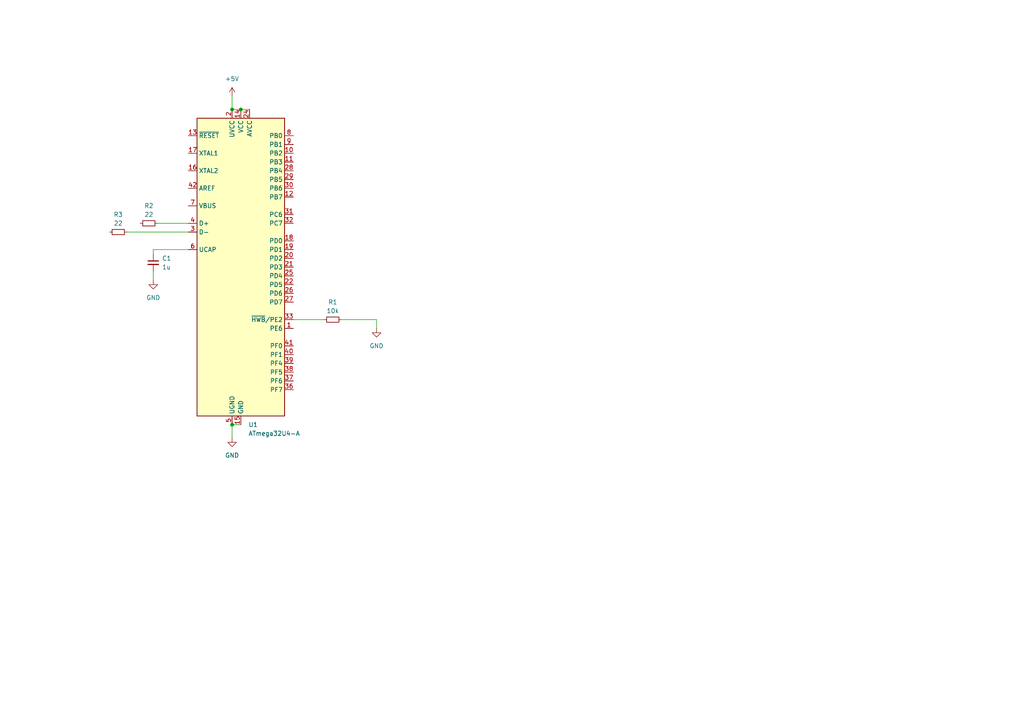
<source format=kicad_sch>
(kicad_sch (version 20230121) (generator eeschema)
  (paper "A4")
  (lib_symbols
    (symbol "Device:C_Small" (pin_numbers hide) (pin_names (offset 0.254) hide)
      (property "Reference" "C" (at 0.254 1.778 0))
      (property "Value" "C_Small" (at 0.254 -2.032 0))
      (symbol "C_Small_0_1"
        (polyline (pts (xy -1.524 -0.508) (xy 1.524 -0.508)) (stroke (width 0.3302)))
        (polyline (pts (xy -1.524 0.508) (xy 1.524 0.508)) (stroke (width 0.3048)))
      )
      (symbol "C_Small_1_1"
        (pin passive line (at 0 2.54 270) (length 2.032) (name "~") (number "1"))
        (pin passive line (at 0 -2.54 90) (length 2.032) (name "~") (number "2"))
      )
    )
    (symbol "Device:R_Small" (pin_numbers hide) (pin_names (offset 0.254) hide)
      (property "Reference" "R" (at 0.762 0.508 0))
      (property "Value" "R_Small" (at 0.762 -1.016 0))
      (symbol "R_Small_0_1"
        (rectangle (start -0.762 1.778) (end 0.762 -1.778) (stroke (width 0.2032)))
      )
      (symbol "R_Small_1_1"
        (pin passive line (at 0 2.54 270) (length 0.762) (name "~") (number "1"))
        (pin passive line (at 0 -2.54 90) (length 0.762) (name "~") (number "2"))
      )
    )
    (symbol "MCU_Microchip_ATmega:ATmega32U4-A"
      (property "Reference" "U" (at -12.7 44.45 0))
      (property "Value" "ATmega32U4-A" (at 2.54 -44.45 0))
      (symbol "ATmega32U4-A_0_1"
        (rectangle (start -12.7 -43.18) (end 12.7 43.18) (stroke (width 0.254)) (fill (type background)))
      )
      (symbol "ATmega32U4-A_1_1"
        (pin bidirectional line (at 15.24 -17.78 180) (length 2.54) (name "PE6") (number "1"))
        (pin bidirectional line (at 15.24 33.02 180) (length 2.54) (name "PB2") (number "10"))
        (pin bidirectional line (at 15.24 30.48 180) (length 2.54) (name "PB3") (number "11"))
        (pin bidirectional line (at 15.24 20.32 180) (length 2.54) (name "PB7") (number "12"))
        (pin input line (at -15.24 38.1 0) (length 2.54) (name "~{RESET}") (number "13"))
        (pin power_in line (at 0 45.72 270) (length 2.54) (name "VCC") (number "14"))
        (pin power_in line (at 0 -45.72 90) (length 2.54) (name "GND") (number "15"))
        (pin output line (at -15.24 27.94 0) (length 2.54) (name "XTAL2") (number "16"))
        (pin input line (at -15.24 33.02 0) (length 2.54) (name "XTAL1") (number "17"))
        (pin bidirectional line (at 15.24 7.62 180) (length 2.54) (name "PD0") (number "18"))
        (pin bidirectional line (at 15.24 5.08 180) (length 2.54) (name "PD1") (number "19"))
        (pin power_in line (at -2.54 45.72 270) (length 2.54) (name "UVCC") (number "2"))
        (pin bidirectional line (at 15.24 2.54 180) (length 2.54) (name "PD2") (number "20"))
        (pin bidirectional line (at 15.24 0 180) (length 2.54) (name "PD3") (number "21"))
        (pin bidirectional line (at 15.24 -5.08 180) (length 2.54) (name "PD5") (number "22"))
        (pin passive line (at 0 -45.72 90) (length 2.54) hide (name "GND") (number "23"))
        (pin power_in line (at 2.54 45.72 270) (length 2.54) (name "AVCC") (number "24"))
        (pin bidirectional line (at 15.24 -2.54 180) (length 2.54) (name "PD4") (number "25"))
        (pin bidirectional line (at 15.24 -7.62 180) (length 2.54) (name "PD6") (number "26"))
        (pin bidirectional line (at 15.24 -10.16 180) (length 2.54) (name "PD7") (number "27"))
        (pin bidirectional line (at 15.24 27.94 180) (length 2.54) (name "PB4") (number "28"))
        (pin bidirectional line (at 15.24 25.4 180) (length 2.54) (name "PB5") (number "29"))
        (pin bidirectional line (at -15.24 10.16 0) (length 2.54) (name "D-") (number "3"))
        (pin bidirectional line (at 15.24 22.86 180) (length 2.54) (name "PB6") (number "30"))
        (pin bidirectional line (at 15.24 15.24 180) (length 2.54) (name "PC6") (number "31"))
        (pin bidirectional line (at 15.24 12.7 180) (length 2.54) (name "PC7") (number "32"))
        (pin bidirectional line (at 15.24 -15.24 180) (length 2.54) (name "~{HWB}/PE2") (number "33"))
        (pin passive line (at 0 45.72 270) (length 2.54) hide (name "VCC") (number "34"))
        (pin passive line (at 0 -45.72 90) (length 2.54) hide (name "GND") (number "35"))
        (pin bidirectional line (at 15.24 -35.56 180) (length 2.54) (name "PF7") (number "36"))
        (pin bidirectional line (at 15.24 -33.02 180) (length 2.54) (name "PF6") (number "37"))
        (pin bidirectional line (at 15.24 -30.48 180) (length 2.54) (name "PF5") (number "38"))
        (pin bidirectional line (at 15.24 -27.94 180) (length 2.54) (name "PF4") (number "39"))
        (pin bidirectional line (at -15.24 12.7 0) (length 2.54) (name "D+") (number "4"))
        (pin bidirectional line (at 15.24 -25.4 180) (length 2.54) (name "PF1") (number "40"))
        (pin bidirectional line (at 15.24 -22.86 180) (length 2.54) (name "PF0") (number "41"))
        (pin passive line (at -15.24 22.86 0) (length 2.54) (name "AREF") (number "42"))
        (pin passive line (at 0 -45.72 90) (length 2.54) hide (name "GND") (number "43"))
        (pin passive line (at 2.54 45.72 270) (length 2.54) hide (name "AVCC") (number "44"))
        (pin passive line (at -2.54 -45.72 90) (length 2.54) (name "UGND") (number "5"))
        (pin passive line (at -15.24 5.08 0) (length 2.54) (name "UCAP") (number "6"))
        (pin input line (at -15.24 17.78 0) (length 2.54) (name "VBUS") (number "7"))
        (pin bidirectional line (at 15.24 38.1 180) (length 2.54) (name "PB0") (number "8"))
        (pin bidirectional line (at 15.24 35.56 180) (length 2.54) (name "PB1") (number "9"))
      )
    )
    (symbol "power:+5V" (power) (pin_names (offset 0))
      (property "Value" "+5V" (at 0 3.556 0))
      (symbol "+5V_0_1"
        (polyline (pts (xy -0.762 1.27) (xy 0 2.54)))
        (polyline (pts (xy 0 0) (xy 0 2.54)))
        (polyline (pts (xy 0 2.54) (xy 0.762 1.27)))
      )
      (symbol "+5V_1_1"
        (pin power_in line (at 0 0 90) (length 0) hide (name "+5V") (number "1"))
      )
    )
    (symbol "power:GND" (power) (pin_names (offset 0))
      (property "Value" "GND" (at 0 -3.81 0))
      (symbol "GND_0_1"
        (polyline (pts (xy 0 0) (xy 0 -1.27) (xy 1.27 -1.27) (xy 0 -2.54) (xy -1.27 -1.27) (xy 0 -1.27)))
      )
      (symbol "GND_1_1"
        (pin power_in line (at 0 0 270) (length 0) hide (name "GND") (number "1"))
      )
    )
  )
  (junction (at 67.31 31.75))
  (junction (at 69.85 31.75))
  (junction (at 67.31 123.19))
  (wire (pts (xy 54.61 72.39) (xy 44.45 72.39)))
  (wire (pts (xy 99.06 92.71) (xy 109.22 92.71)))
  (wire (pts (xy 67.31 27.94) (xy 67.31 31.75)))
  (wire (pts (xy 44.45 72.39) (xy 44.45 73.66)))
  (wire (pts (xy 67.31 123.19) (xy 69.85 123.19)))
  (wire (pts (xy 45.72 64.77) (xy 54.61 64.77)))
  (wire (pts (xy 67.31 123.19) (xy 67.31 127)))
  (wire (pts (xy 109.22 92.71) (xy 109.22 95.25)))
  (wire (pts (xy 44.45 78.74) (xy 44.45 81.28)))
  (wire (pts (xy 36.83 67.31) (xy 54.61 67.31)))
  (wire (pts (xy 67.31 31.75) (xy 69.85 31.75)))
  (wire (pts (xy 85.09 92.71) (xy 93.98 92.71)))
  (wire (pts (xy 69.85 31.75) (xy 72.39 31.75)))
  (symbol (lib_id "power:GND") (at 44.45 81.28 0) (unit 1)
    (property "Reference" "#PWR04" (effects hide))
    (property "Value" "GND" (at 44.45 86.36 0))
  )
  (symbol (lib_id "Device:R_Small") (at 43.18 64.77 90) (unit 1)
    (property "Reference" "R2" (at 43.18 59.69 90))
    (property "Value" "22" (at 43.18 62.23 90))
  )
  (symbol (lib_id "MCU_Microchip_ATmega:ATmega32U4-A") (at 69.85 77.47 0) (unit 1)
    (property "Reference" "U1" (at 72.0441 123.19 0) (effects (justify left)))
    (property "Value" "ATmega32U4-A" (at 72.0441 125.73 0) (effects (justify left)))
    (property "Footprint" "Package_QFP:TQFP-44_10x10mm_P0.8mm" (effects hide))
    (property "Datasheet" "http://ww1.microchip.com/downloads/en/DeviceDoc/Atmel-7766-8-bit-AVR-ATmega16U4-32U4_Datasheet.pdf" (effects hide))
  )
  (symbol (lib_id "power:GND") (at 67.31 127 0) (unit 1)
    (property "Reference" "#PWR02" (effects hide))
    (property "Value" "GND" (at 67.31 132.08 0))
  )
  (symbol (lib_id "Device:R_Small") (at 34.29 67.31 90) (unit 1)
    (property "Reference" "R3" (at 34.29 62.23 90))
    (property "Value" "22" (at 34.29 64.77 90))
  )
  (symbol (lib_id "power:GND") (at 109.22 95.25 0) (unit 1)
    (property "Reference" "#PWR03" (effects hide))
    (property "Value" "GND" (at 109.22 100.33 0))
  )
  (symbol (lib_id "power:+5V") (at 67.31 27.94 0) (unit 1)
    (property "Reference" "#PWR01" (effects hide))
    (property "Value" "+5V" (at 67.31 22.86 0))
  )
  (symbol (lib_id "Device:R_Small") (at 96.52 92.71 90) (unit 1)
    (property "Reference" "R1" (at 96.52 87.63 90))
    (property "Value" "10k" (at 96.52 90.17 90))
  )
  (symbol (lib_id "Device:C_Small") (at 44.45 76.2 0) (unit 1)
    (property "Reference" "C1" (at 46.99 74.9363 0) (effects (justify left)))
    (property "Value" "1u" (at 46.99 77.4763 0) (effects (justify left)))
  )
)
</source>
